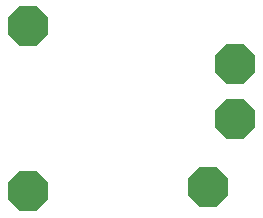
<source format=gbs>
G75*
G70*
%OFA0B0*%
%FSLAX24Y24*%
%IPPOS*%
%LPD*%
%AMOC8*
5,1,8,0,0,1.08239X$1,22.5*
%
%ADD10OC8,0.1330*%
D10*
X001146Y001996D03*
X001146Y007496D03*
X007146Y002146D03*
X008046Y004396D03*
X008046Y006246D03*
M02*

</source>
